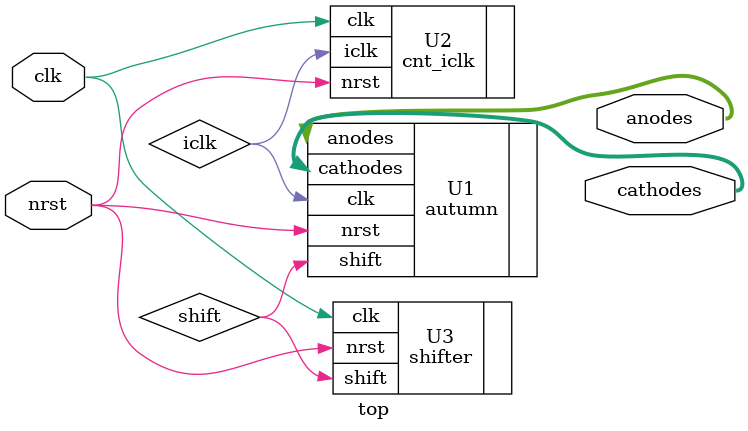
<source format=sv>
`include "global_settings.svh"
`include "cnt_iclk.sv"
`include "autumn.sv"
`include "shifter.sv"

module top(clk, nrst, cathodes, anodes);

input logic clk;
input logic nrst;

output logic [7:0] cathodes;
output logic [7:0] anodes;

logic iclk;

`ifdef SHIFTER
logic [1:0] shift;
`elsif BARREL_SHIFTER
logic [2:0] shift;
`endif

autumn   U1( .clk      ( iclk     ),
             .shift    ( shift    ),
             .nrst     ( nrst     ),
             .cathodes ( cathodes ),
             .anodes   ( anodes   ),
           );
				
cnt_iclk U2( .clk      ( clk      ),
             .nrst     ( nrst     ),
             .iclk     ( iclk     ),
		   );
			  
shifter  U3( .clk      ( clk      ),
             .nrst     ( nrst     ),
             .shift    ( shift    ),
           );

endmodule

</source>
